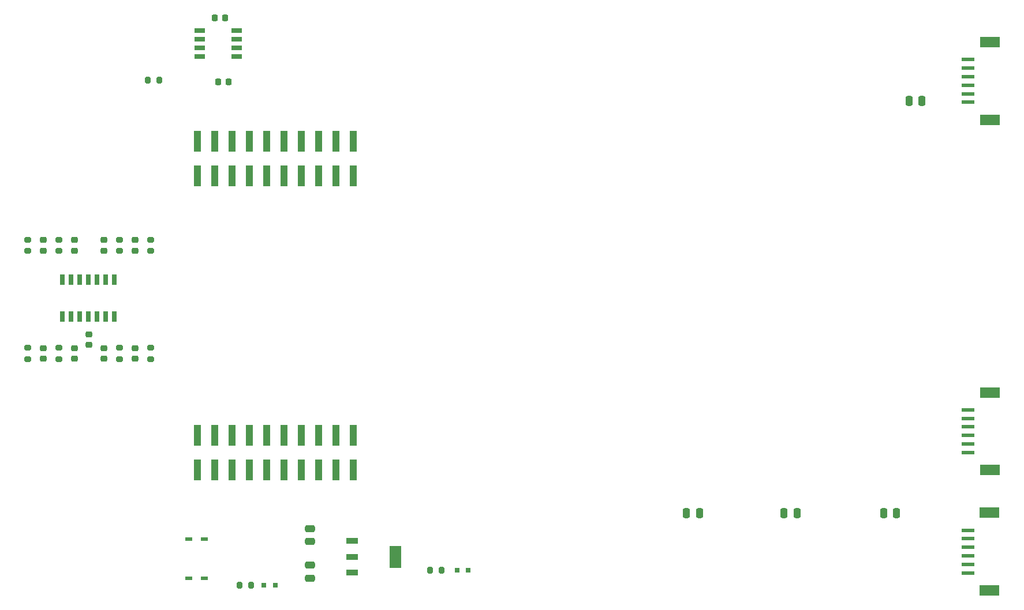
<source format=gtp>
G04 #@! TF.GenerationSoftware,KiCad,Pcbnew,9.0.5*
G04 #@! TF.CreationDate,2025-12-17T13:43:09-06:00*
G04 #@! TF.ProjectId,SensorBoard,53656e73-6f72-4426-9f61-72642e6b6963,v8.0.2*
G04 #@! TF.SameCoordinates,Original*
G04 #@! TF.FileFunction,Paste,Top*
G04 #@! TF.FilePolarity,Positive*
%FSLAX46Y46*%
G04 Gerber Fmt 4.6, Leading zero omitted, Abs format (unit mm)*
G04 Created by KiCad (PCBNEW 9.0.5) date 2025-12-17 13:43:09*
%MOMM*%
%LPD*%
G01*
G04 APERTURE LIST*
G04 Aperture macros list*
%AMRoundRect*
0 Rectangle with rounded corners*
0 $1 Rounding radius*
0 $2 $3 $4 $5 $6 $7 $8 $9 X,Y pos of 4 corners*
0 Add a 4 corners polygon primitive as box body*
4,1,4,$2,$3,$4,$5,$6,$7,$8,$9,$2,$3,0*
0 Add four circle primitives for the rounded corners*
1,1,$1+$1,$2,$3*
1,1,$1+$1,$4,$5*
1,1,$1+$1,$6,$7*
1,1,$1+$1,$8,$9*
0 Add four rect primitives between the rounded corners*
20,1,$1+$1,$2,$3,$4,$5,0*
20,1,$1+$1,$4,$5,$6,$7,0*
20,1,$1+$1,$6,$7,$8,$9,0*
20,1,$1+$1,$8,$9,$2,$3,0*%
G04 Aperture macros list end*
%ADD10RoundRect,0.250000X-0.475000X0.250000X-0.475000X-0.250000X0.475000X-0.250000X0.475000X0.250000X0*%
%ADD11RoundRect,0.200000X0.275000X-0.200000X0.275000X0.200000X-0.275000X0.200000X-0.275000X-0.200000X0*%
%ADD12RoundRect,0.225000X0.225000X0.250000X-0.225000X0.250000X-0.225000X-0.250000X0.225000X-0.250000X0*%
%ADD13R,1.900000X0.609600*%
%ADD14R,2.844800X1.500000*%
%ADD15RoundRect,0.250000X0.250000X0.475000X-0.250000X0.475000X-0.250000X-0.475000X0.250000X-0.475000X0*%
%ADD16RoundRect,0.200000X-0.275000X0.200000X-0.275000X-0.200000X0.275000X-0.200000X0.275000X0.200000X0*%
%ADD17R,1.750000X0.950000*%
%ADD18R,1.750000X3.200000*%
%ADD19RoundRect,0.200000X-0.200000X-0.275000X0.200000X-0.275000X0.200000X0.275000X-0.200000X0.275000X0*%
%ADD20RoundRect,0.250000X-0.250000X-0.475000X0.250000X-0.475000X0.250000X0.475000X-0.250000X0.475000X0*%
%ADD21RoundRect,0.225000X0.250000X-0.225000X0.250000X0.225000X-0.250000X0.225000X-0.250000X-0.225000X0*%
%ADD22RoundRect,0.225000X-0.250000X0.225000X-0.250000X-0.225000X0.250000X-0.225000X0.250000X0.225000X0*%
%ADD23R,1.050000X0.500000*%
%ADD24RoundRect,0.250000X0.475000X-0.250000X0.475000X0.250000X-0.475000X0.250000X-0.475000X-0.250000X0*%
%ADD25R,1.000000X3.150000*%
%ADD26R,1.528000X0.650000*%
%ADD27R,0.650000X1.525000*%
%ADD28R,0.800000X0.800000*%
%ADD29RoundRect,0.225000X-0.225000X-0.250000X0.225000X-0.250000X0.225000X0.250000X-0.225000X0.250000X0*%
G04 APERTURE END LIST*
D10*
X97790000Y-108905000D03*
X97790000Y-110805000D03*
D11*
X74422000Y-68135000D03*
X74422000Y-66485000D03*
D12*
X85865000Y-43307000D03*
X84315000Y-43307000D03*
D13*
X194284999Y-115414999D03*
X194284999Y-114164999D03*
X194284999Y-112914999D03*
X194284999Y-111664999D03*
X194284999Y-110414999D03*
X194284999Y-109164999D03*
D14*
X197485000Y-117989999D03*
X197485000Y-106589999D03*
D15*
X169225000Y-106680000D03*
X167325000Y-106680000D03*
D16*
X69850000Y-66485000D03*
X69850000Y-68135000D03*
X60960000Y-66485000D03*
X60960000Y-68135000D03*
D17*
X104013000Y-110744000D03*
X104013000Y-113044000D03*
X104013000Y-115344000D03*
D18*
X110313000Y-113044000D03*
D16*
X56388000Y-82360000D03*
X56388000Y-84010000D03*
D19*
X87504000Y-117221000D03*
X89154000Y-117221000D03*
D20*
X185679000Y-46101000D03*
X187579000Y-46101000D03*
D21*
X58674000Y-83960000D03*
X58674000Y-82410000D03*
D13*
X194339300Y-46305000D03*
X194339300Y-45055000D03*
X194339300Y-43805000D03*
X194339300Y-42555000D03*
X194339300Y-41305000D03*
X194339300Y-40055000D03*
D14*
X197539301Y-48880000D03*
X197539301Y-37480000D03*
D16*
X74422000Y-82360000D03*
X74422000Y-84010000D03*
D22*
X72136000Y-82410000D03*
X72136000Y-83960000D03*
D23*
X82291000Y-116205000D03*
X80015000Y-116205000D03*
D22*
X67564000Y-82410000D03*
X67564000Y-83960000D03*
X65405000Y-80391000D03*
X65405000Y-81941000D03*
X63246000Y-82410000D03*
X63246000Y-83960000D03*
D24*
X97790000Y-116200000D03*
X97790000Y-114300000D03*
D25*
X81280000Y-100300000D03*
X81280000Y-95250000D03*
X83820000Y-100300000D03*
X83820000Y-95250000D03*
X86360000Y-100300000D03*
X86360000Y-95250000D03*
X88900000Y-100300000D03*
X88900000Y-95250000D03*
X91440000Y-100300000D03*
X91440000Y-95250000D03*
X93980000Y-100300000D03*
X93980000Y-95250000D03*
X96520000Y-100300000D03*
X96520000Y-95250000D03*
X99060000Y-100300000D03*
X99060000Y-95250000D03*
X101600000Y-100300000D03*
X101600000Y-95250000D03*
X104140000Y-100300000D03*
X104140000Y-95250000D03*
D22*
X58674000Y-66535000D03*
X58674000Y-68085000D03*
D21*
X72136000Y-68085000D03*
X72136000Y-66535000D03*
D19*
X74042000Y-43053000D03*
X75692000Y-43053000D03*
D21*
X67564000Y-68085000D03*
X67564000Y-66535000D03*
D11*
X60960000Y-84010000D03*
X60960000Y-82360000D03*
D26*
X87083000Y-39624000D03*
X87083000Y-38354000D03*
X87083000Y-37084000D03*
X87083000Y-35814000D03*
X81661000Y-35814000D03*
X81661000Y-37084000D03*
X81661000Y-38354000D03*
X81661000Y-39624000D03*
D19*
X115444000Y-115062000D03*
X117094000Y-115062000D03*
D11*
X69850000Y-84010000D03*
X69850000Y-82360000D03*
X56388000Y-68135000D03*
X56388000Y-66485000D03*
D13*
X194339300Y-97740000D03*
X194339300Y-96490000D03*
X194339300Y-95240000D03*
X194339300Y-93990000D03*
X194339300Y-92740000D03*
X194339300Y-91490000D03*
D14*
X197539301Y-100315000D03*
X197539301Y-88915000D03*
D25*
X81280000Y-57120000D03*
X81280000Y-52070000D03*
X83820000Y-57120000D03*
X83820000Y-52070000D03*
X86360000Y-57120000D03*
X86360000Y-52070000D03*
X88900000Y-57120000D03*
X88900000Y-52070000D03*
X91440000Y-57120000D03*
X91440000Y-52070000D03*
X93980000Y-57120000D03*
X93980000Y-52070000D03*
X96520000Y-57120000D03*
X96520000Y-52070000D03*
X99060000Y-57120000D03*
X99060000Y-52070000D03*
X101600000Y-57120000D03*
X101600000Y-52070000D03*
X104140000Y-57120000D03*
X104140000Y-52070000D03*
D27*
X61468000Y-77814000D03*
X62738000Y-77814000D03*
X64008000Y-77814000D03*
X65278000Y-77814000D03*
X66548000Y-77814000D03*
X67818000Y-77814000D03*
X69088000Y-77814000D03*
X69088000Y-72390000D03*
X67818000Y-72390000D03*
X66548000Y-72390000D03*
X65278000Y-72390000D03*
X64008000Y-72390000D03*
X62738000Y-72390000D03*
X61468000Y-72390000D03*
D21*
X63246000Y-68085000D03*
X63246000Y-66535000D03*
D28*
X92710000Y-117221000D03*
X91060000Y-117221000D03*
D23*
X82291000Y-110490000D03*
X80015000Y-110490000D03*
D15*
X154940000Y-106680000D03*
X153040000Y-106680000D03*
X183830000Y-106680000D03*
X181930000Y-106680000D03*
D29*
X83794000Y-33909000D03*
X85344000Y-33909000D03*
D28*
X121030000Y-115062000D03*
X119380000Y-115062000D03*
M02*

</source>
